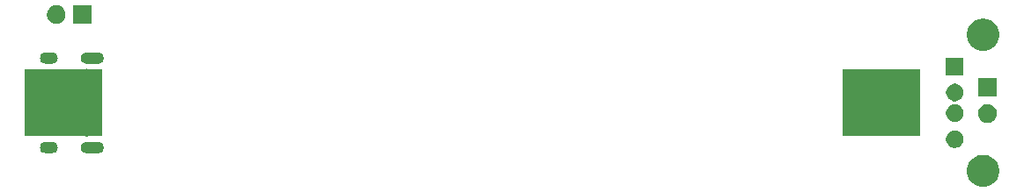
<source format=gbr>
G04 #@! TF.GenerationSoftware,KiCad,Pcbnew,(5.1.6)-1*
G04 #@! TF.CreationDate,2020-11-21T14:03:53+08:00*
G04 #@! TF.ProjectId,singlepowerbank2,73696e67-6c65-4706-9f77-657262616e6b,rev?*
G04 #@! TF.SameCoordinates,Original*
G04 #@! TF.FileFunction,Soldermask,Bot*
G04 #@! TF.FilePolarity,Negative*
%FSLAX46Y46*%
G04 Gerber Fmt 4.6, Leading zero omitted, Abs format (unit mm)*
G04 Created by KiCad (PCBNEW (5.1.6)-1) date 2020-11-21 14:03:53*
%MOMM*%
%LPD*%
G01*
G04 APERTURE LIST*
%ADD10C,0.100000*%
G04 APERTURE END LIST*
D10*
G36*
X153382585Y-154068802D02*
G01*
X153532410Y-154098604D01*
X153814674Y-154215521D01*
X154068705Y-154385259D01*
X154284741Y-154601295D01*
X154454479Y-154855326D01*
X154571396Y-155137590D01*
X154631000Y-155437240D01*
X154631000Y-155742760D01*
X154571396Y-156042410D01*
X154454479Y-156324674D01*
X154284741Y-156578705D01*
X154068705Y-156794741D01*
X153814674Y-156964479D01*
X153532410Y-157081396D01*
X153382585Y-157111198D01*
X153232761Y-157141000D01*
X152927239Y-157141000D01*
X152777415Y-157111198D01*
X152627590Y-157081396D01*
X152345326Y-156964479D01*
X152091295Y-156794741D01*
X151875259Y-156578705D01*
X151705521Y-156324674D01*
X151588604Y-156042410D01*
X151529000Y-155742760D01*
X151529000Y-155437240D01*
X151588604Y-155137590D01*
X151705521Y-154855326D01*
X151875259Y-154601295D01*
X152091295Y-154385259D01*
X152345326Y-154215521D01*
X152627590Y-154098604D01*
X152777415Y-154068802D01*
X152927239Y-154039000D01*
X153232761Y-154039000D01*
X153382585Y-154068802D01*
G37*
G36*
X68088015Y-152776973D02*
G01*
X68191879Y-152808479D01*
X68219055Y-152823005D01*
X68287600Y-152859643D01*
X68371501Y-152928499D01*
X68440357Y-153012400D01*
X68476995Y-153080945D01*
X68491521Y-153108121D01*
X68523027Y-153211985D01*
X68533666Y-153320000D01*
X68523027Y-153428015D01*
X68491521Y-153531879D01*
X68491519Y-153531882D01*
X68440357Y-153627600D01*
X68371501Y-153711501D01*
X68287600Y-153780357D01*
X68219055Y-153816995D01*
X68191879Y-153831521D01*
X68088015Y-153863027D01*
X68007067Y-153871000D01*
X66852933Y-153871000D01*
X66771985Y-153863027D01*
X66668121Y-153831521D01*
X66640945Y-153816995D01*
X66572400Y-153780357D01*
X66488499Y-153711501D01*
X66419643Y-153627600D01*
X66368481Y-153531882D01*
X66368479Y-153531879D01*
X66336973Y-153428015D01*
X66326334Y-153320000D01*
X66336973Y-153211985D01*
X66368479Y-153108121D01*
X66383005Y-153080945D01*
X66419643Y-153012400D01*
X66488499Y-152928499D01*
X66572400Y-152859643D01*
X66640945Y-152823005D01*
X66668121Y-152808479D01*
X66771985Y-152776973D01*
X66852933Y-152769000D01*
X68007067Y-152769000D01*
X68088015Y-152776973D01*
G37*
G36*
X63658015Y-152776973D02*
G01*
X63761879Y-152808479D01*
X63789055Y-152823005D01*
X63857600Y-152859643D01*
X63941501Y-152928499D01*
X64010357Y-153012400D01*
X64046995Y-153080945D01*
X64061521Y-153108121D01*
X64093027Y-153211985D01*
X64103666Y-153320000D01*
X64093027Y-153428015D01*
X64061521Y-153531879D01*
X64061519Y-153531882D01*
X64010357Y-153627600D01*
X63941501Y-153711501D01*
X63857600Y-153780357D01*
X63789055Y-153816995D01*
X63761879Y-153831521D01*
X63658015Y-153863027D01*
X63577067Y-153871000D01*
X62922933Y-153871000D01*
X62841985Y-153863027D01*
X62738121Y-153831521D01*
X62710945Y-153816995D01*
X62642400Y-153780357D01*
X62558499Y-153711501D01*
X62489643Y-153627600D01*
X62438481Y-153531882D01*
X62438479Y-153531879D01*
X62406973Y-153428015D01*
X62396334Y-153320000D01*
X62406973Y-153211985D01*
X62438479Y-153108121D01*
X62453005Y-153080945D01*
X62489643Y-153012400D01*
X62558499Y-152928499D01*
X62642400Y-152859643D01*
X62710945Y-152823005D01*
X62738121Y-152808479D01*
X62841985Y-152776973D01*
X62922933Y-152769000D01*
X63577067Y-152769000D01*
X63658015Y-152776973D01*
G37*
G36*
X150618228Y-151701703D02*
G01*
X150773100Y-151765853D01*
X150912481Y-151858985D01*
X151031015Y-151977519D01*
X151124147Y-152116900D01*
X151188297Y-152271772D01*
X151221000Y-152436184D01*
X151221000Y-152603816D01*
X151188297Y-152768228D01*
X151124147Y-152923100D01*
X151031015Y-153062481D01*
X150912481Y-153181015D01*
X150773100Y-153274147D01*
X150618228Y-153338297D01*
X150453816Y-153371000D01*
X150286184Y-153371000D01*
X150121772Y-153338297D01*
X149966900Y-153274147D01*
X149827519Y-153181015D01*
X149708985Y-153062481D01*
X149615853Y-152923100D01*
X149551703Y-152768228D01*
X149519000Y-152603816D01*
X149519000Y-152436184D01*
X149551703Y-152271772D01*
X149615853Y-152116900D01*
X149708985Y-151977519D01*
X149827519Y-151858985D01*
X149966900Y-151765853D01*
X150121772Y-151701703D01*
X150286184Y-151669000D01*
X150453816Y-151669000D01*
X150618228Y-151701703D01*
G37*
G36*
X67009672Y-145748449D02*
G01*
X67009674Y-145748450D01*
X67009675Y-145748450D01*
X67048391Y-145764486D01*
X67071836Y-145771598D01*
X67096223Y-145774000D01*
X68391000Y-145774000D01*
X68391000Y-152226000D01*
X67096223Y-152226000D01*
X67071837Y-152228402D01*
X67048391Y-152235514D01*
X67009675Y-152251550D01*
X67009674Y-152251550D01*
X67009672Y-152251551D01*
X66937034Y-152266000D01*
X66862966Y-152266000D01*
X66790328Y-152251551D01*
X66790326Y-152251550D01*
X66790325Y-152251550D01*
X66751609Y-152235514D01*
X66728164Y-152228402D01*
X66703777Y-152226000D01*
X60949000Y-152226000D01*
X60949000Y-145774000D01*
X66703777Y-145774000D01*
X66728163Y-145771598D01*
X66751609Y-145764486D01*
X66790325Y-145748450D01*
X66790326Y-145748450D01*
X66790328Y-145748449D01*
X66862966Y-145734000D01*
X66937034Y-145734000D01*
X67009672Y-145748449D01*
G37*
G36*
X147051000Y-152226000D02*
G01*
X139609000Y-152226000D01*
X139609000Y-145774000D01*
X147051000Y-145774000D01*
X147051000Y-152226000D01*
G37*
G36*
X153613512Y-149143927D02*
G01*
X153762812Y-149173624D01*
X153926784Y-149241544D01*
X154074354Y-149340147D01*
X154199853Y-149465646D01*
X154298456Y-149613216D01*
X154366376Y-149777188D01*
X154396073Y-149926488D01*
X154398002Y-149936184D01*
X154401000Y-149951259D01*
X154401000Y-150128741D01*
X154366376Y-150302812D01*
X154298456Y-150466784D01*
X154199853Y-150614354D01*
X154074354Y-150739853D01*
X153926784Y-150838456D01*
X153762812Y-150906376D01*
X153613512Y-150936073D01*
X153588742Y-150941000D01*
X153411258Y-150941000D01*
X153386488Y-150936073D01*
X153237188Y-150906376D01*
X153073216Y-150838456D01*
X152925646Y-150739853D01*
X152800147Y-150614354D01*
X152701544Y-150466784D01*
X152633624Y-150302812D01*
X152599000Y-150128741D01*
X152599000Y-149951259D01*
X152601999Y-149936184D01*
X152603927Y-149926488D01*
X152633624Y-149777188D01*
X152701544Y-149613216D01*
X152800147Y-149465646D01*
X152925646Y-149340147D01*
X153073216Y-149241544D01*
X153237188Y-149173624D01*
X153386488Y-149143927D01*
X153411258Y-149139000D01*
X153588742Y-149139000D01*
X153613512Y-149143927D01*
G37*
G36*
X150618228Y-149201703D02*
G01*
X150773100Y-149265853D01*
X150912481Y-149358985D01*
X151031015Y-149477519D01*
X151124147Y-149616900D01*
X151188297Y-149771772D01*
X151221000Y-149936184D01*
X151221000Y-150103816D01*
X151188297Y-150268228D01*
X151124147Y-150423100D01*
X151031015Y-150562481D01*
X150912481Y-150681015D01*
X150773100Y-150774147D01*
X150618228Y-150838297D01*
X150453816Y-150871000D01*
X150286184Y-150871000D01*
X150121772Y-150838297D01*
X149966900Y-150774147D01*
X149827519Y-150681015D01*
X149708985Y-150562481D01*
X149615853Y-150423100D01*
X149551703Y-150268228D01*
X149519000Y-150103816D01*
X149519000Y-149936184D01*
X149551703Y-149771772D01*
X149615853Y-149616900D01*
X149708985Y-149477519D01*
X149827519Y-149358985D01*
X149966900Y-149265853D01*
X150121772Y-149201703D01*
X150286184Y-149169000D01*
X150453816Y-149169000D01*
X150618228Y-149201703D01*
G37*
G36*
X150618228Y-147201703D02*
G01*
X150773100Y-147265853D01*
X150912481Y-147358985D01*
X151031015Y-147477519D01*
X151124147Y-147616900D01*
X151188297Y-147771772D01*
X151221000Y-147936184D01*
X151221000Y-148103816D01*
X151188297Y-148268228D01*
X151124147Y-148423100D01*
X151031015Y-148562481D01*
X150912481Y-148681015D01*
X150773100Y-148774147D01*
X150618228Y-148838297D01*
X150453816Y-148871000D01*
X150286184Y-148871000D01*
X150121772Y-148838297D01*
X149966900Y-148774147D01*
X149827519Y-148681015D01*
X149708985Y-148562481D01*
X149615853Y-148423100D01*
X149551703Y-148268228D01*
X149519000Y-148103816D01*
X149519000Y-147936184D01*
X149551703Y-147771772D01*
X149615853Y-147616900D01*
X149708985Y-147477519D01*
X149827519Y-147358985D01*
X149966900Y-147265853D01*
X150121772Y-147201703D01*
X150286184Y-147169000D01*
X150453816Y-147169000D01*
X150618228Y-147201703D01*
G37*
G36*
X154401000Y-148401000D02*
G01*
X152599000Y-148401000D01*
X152599000Y-146599000D01*
X154401000Y-146599000D01*
X154401000Y-148401000D01*
G37*
G36*
X151221000Y-146371000D02*
G01*
X149519000Y-146371000D01*
X149519000Y-144669000D01*
X151221000Y-144669000D01*
X151221000Y-146371000D01*
G37*
G36*
X68088015Y-144136973D02*
G01*
X68191879Y-144168479D01*
X68219055Y-144183005D01*
X68287600Y-144219643D01*
X68371501Y-144288499D01*
X68440357Y-144372400D01*
X68476995Y-144440945D01*
X68491521Y-144468121D01*
X68523027Y-144571985D01*
X68533666Y-144680000D01*
X68523027Y-144788015D01*
X68491521Y-144891879D01*
X68491519Y-144891882D01*
X68440357Y-144987600D01*
X68371501Y-145071501D01*
X68287600Y-145140357D01*
X68219055Y-145176995D01*
X68191879Y-145191521D01*
X68088015Y-145223027D01*
X68007067Y-145231000D01*
X66852933Y-145231000D01*
X66771985Y-145223027D01*
X66668121Y-145191521D01*
X66640945Y-145176995D01*
X66572400Y-145140357D01*
X66488499Y-145071501D01*
X66419643Y-144987600D01*
X66368481Y-144891882D01*
X66368479Y-144891879D01*
X66336973Y-144788015D01*
X66326334Y-144680000D01*
X66336973Y-144571985D01*
X66368479Y-144468121D01*
X66383005Y-144440945D01*
X66419643Y-144372400D01*
X66488499Y-144288499D01*
X66572400Y-144219643D01*
X66640945Y-144183005D01*
X66668121Y-144168479D01*
X66771985Y-144136973D01*
X66852933Y-144129000D01*
X68007067Y-144129000D01*
X68088015Y-144136973D01*
G37*
G36*
X63658015Y-144136973D02*
G01*
X63761879Y-144168479D01*
X63789055Y-144183005D01*
X63857600Y-144219643D01*
X63941501Y-144288499D01*
X64010357Y-144372400D01*
X64046995Y-144440945D01*
X64061521Y-144468121D01*
X64093027Y-144571985D01*
X64103666Y-144680000D01*
X64093027Y-144788015D01*
X64061521Y-144891879D01*
X64061519Y-144891882D01*
X64010357Y-144987600D01*
X63941501Y-145071501D01*
X63857600Y-145140357D01*
X63789055Y-145176995D01*
X63761879Y-145191521D01*
X63658015Y-145223027D01*
X63577067Y-145231000D01*
X62922933Y-145231000D01*
X62841985Y-145223027D01*
X62738121Y-145191521D01*
X62710945Y-145176995D01*
X62642400Y-145140357D01*
X62558499Y-145071501D01*
X62489643Y-144987600D01*
X62438481Y-144891882D01*
X62438479Y-144891879D01*
X62406973Y-144788015D01*
X62396334Y-144680000D01*
X62406973Y-144571985D01*
X62438479Y-144468121D01*
X62453005Y-144440945D01*
X62489643Y-144372400D01*
X62558499Y-144288499D01*
X62642400Y-144219643D01*
X62710945Y-144183005D01*
X62738121Y-144168479D01*
X62841985Y-144136973D01*
X62922933Y-144129000D01*
X63577067Y-144129000D01*
X63658015Y-144136973D01*
G37*
G36*
X153372430Y-140926782D02*
G01*
X153532410Y-140958604D01*
X153814674Y-141075521D01*
X154068705Y-141245259D01*
X154284741Y-141461295D01*
X154454479Y-141715326D01*
X154571396Y-141997590D01*
X154631000Y-142297240D01*
X154631000Y-142602760D01*
X154571396Y-142902410D01*
X154454479Y-143184674D01*
X154284741Y-143438705D01*
X154068705Y-143654741D01*
X153814674Y-143824479D01*
X153532410Y-143941396D01*
X153382585Y-143971198D01*
X153232761Y-144001000D01*
X152927239Y-144001000D01*
X152777415Y-143971198D01*
X152627590Y-143941396D01*
X152345326Y-143824479D01*
X152091295Y-143654741D01*
X151875259Y-143438705D01*
X151705521Y-143184674D01*
X151588604Y-142902410D01*
X151529000Y-142602760D01*
X151529000Y-142297240D01*
X151588604Y-141997590D01*
X151705521Y-141715326D01*
X151875259Y-141461295D01*
X152091295Y-141245259D01*
X152345326Y-141075521D01*
X152627590Y-140958604D01*
X152787570Y-140926782D01*
X152927239Y-140899000D01*
X153232761Y-140899000D01*
X153372430Y-140926782D01*
G37*
G36*
X64073512Y-139603927D02*
G01*
X64222812Y-139633624D01*
X64386784Y-139701544D01*
X64534354Y-139800147D01*
X64659853Y-139925646D01*
X64758456Y-140073216D01*
X64826376Y-140237188D01*
X64861000Y-140411259D01*
X64861000Y-140588741D01*
X64826376Y-140762812D01*
X64758456Y-140926784D01*
X64659853Y-141074354D01*
X64534354Y-141199853D01*
X64386784Y-141298456D01*
X64222812Y-141366376D01*
X64073512Y-141396073D01*
X64048742Y-141401000D01*
X63871258Y-141401000D01*
X63846488Y-141396073D01*
X63697188Y-141366376D01*
X63533216Y-141298456D01*
X63385646Y-141199853D01*
X63260147Y-141074354D01*
X63161544Y-140926784D01*
X63093624Y-140762812D01*
X63059000Y-140588741D01*
X63059000Y-140411259D01*
X63093624Y-140237188D01*
X63161544Y-140073216D01*
X63260147Y-139925646D01*
X63385646Y-139800147D01*
X63533216Y-139701544D01*
X63697188Y-139633624D01*
X63846488Y-139603927D01*
X63871258Y-139599000D01*
X64048742Y-139599000D01*
X64073512Y-139603927D01*
G37*
G36*
X67401000Y-141401000D02*
G01*
X65599000Y-141401000D01*
X65599000Y-139599000D01*
X67401000Y-139599000D01*
X67401000Y-141401000D01*
G37*
M02*

</source>
